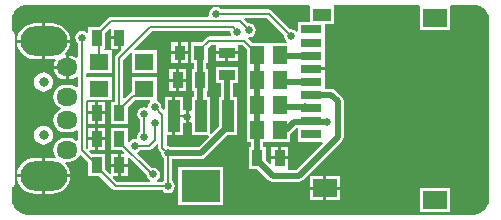
<source format=gbl>
G04*
G04 #@! TF.GenerationSoftware,Altium Limited,Altium Designer,20.0.2 (26)*
G04*
G04 Layer_Physical_Order=2*
G04 Layer_Color=16711680*
%FSLAX25Y25*%
%MOIN*%
G70*
G01*
G75*
%ADD10C,0.00787*%
%ADD30R,0.03740X0.05118*%
%ADD32R,0.03543X0.05315*%
%ADD38C,0.01968*%
%ADD39O,0.07087X0.05906*%
%ADD40O,0.15748X0.09843*%
%ADD41C,0.03150*%
%ADD42C,0.02500*%
%ADD43R,0.06299X0.05512*%
%ADD44R,0.03937X0.10630*%
%ADD45R,0.12992X0.10630*%
%ADD46R,0.05315X0.03543*%
%ADD47R,0.07000X0.03000*%
%ADD48R,0.06000X0.04000*%
%ADD49R,0.08000X0.06000*%
%ADD50R,0.05118X0.05906*%
G36*
X500133Y339350D02*
X501158Y338954D01*
X502078Y338355D01*
X502855Y337578D01*
X503454Y336658D01*
X503850Y335633D01*
X504026Y334549D01*
X504000Y334000D01*
Y275000D01*
X504026Y274451D01*
X503850Y273367D01*
X503454Y272342D01*
X502855Y271422D01*
X502078Y270645D01*
X501158Y270046D01*
X500133Y269650D01*
X499049Y269474D01*
X498500Y269500D01*
X498500Y269500D01*
X498000Y269500D01*
X350500Y269500D01*
X349951Y269474D01*
X348867Y269650D01*
X347842Y270046D01*
X346922Y270645D01*
X346145Y271422D01*
X345546Y272342D01*
X345150Y273367D01*
X344974Y274451D01*
X345000Y275000D01*
X345000D01*
Y278668D01*
X345260Y278719D01*
X345591Y278941D01*
X345812Y279271D01*
X345890Y279661D01*
Y329661D01*
X345812Y330052D01*
X345591Y330382D01*
X345260Y330603D01*
X345000Y330655D01*
Y334000D01*
X344974Y334549D01*
X345150Y335633D01*
X345546Y336658D01*
X346145Y337578D01*
X346922Y338355D01*
X347842Y338954D01*
X348867Y339350D01*
X349951Y339526D01*
X350500Y339500D01*
X444134D01*
X444245Y339046D01*
X444245Y339000D01*
Y333746D01*
X440245D01*
Y330590D01*
X439745Y330438D01*
X439622Y330622D01*
X438878Y331119D01*
X438000Y331294D01*
X437763Y331247D01*
X431505Y337505D01*
X431044Y337813D01*
X430500Y337921D01*
X414757D01*
X414622Y338122D01*
X413878Y338619D01*
X413000Y338794D01*
X412122Y338619D01*
X411378Y338122D01*
X410881Y337378D01*
X410706Y336500D01*
X410821Y335921D01*
X410459Y335421D01*
X377874D01*
X377330Y335313D01*
X376869Y335005D01*
X374022Y332157D01*
X370488D01*
Y330191D01*
X369988Y330040D01*
X369933Y330122D01*
X369189Y330619D01*
X368311Y330794D01*
X367433Y330619D01*
X366689Y330122D01*
X366192Y329378D01*
X366017Y328500D01*
X366192Y327622D01*
X366689Y326878D01*
X366890Y326743D01*
Y322006D01*
X366390Y321759D01*
X365958Y322091D01*
X364997Y322489D01*
X363965Y322625D01*
X363874D01*
Y318638D01*
Y314651D01*
X363965D01*
X364997Y314787D01*
X365958Y315185D01*
X366390Y315517D01*
X366890Y315270D01*
Y312163D01*
X366390Y311916D01*
X365958Y312248D01*
X364997Y312646D01*
X363965Y312782D01*
X362784D01*
X361752Y312646D01*
X360790Y312248D01*
X359964Y311614D01*
X359331Y310789D01*
X358932Y309827D01*
X358797Y308795D01*
X358932Y307763D01*
X359331Y306802D01*
X359964Y305976D01*
X360790Y305343D01*
X361306Y305129D01*
Y304588D01*
X360790Y304374D01*
X359964Y303740D01*
X359331Y302915D01*
X358932Y301953D01*
X358797Y300921D01*
X358932Y299889D01*
X359331Y298928D01*
X359964Y298102D01*
X360790Y297468D01*
X361752Y297070D01*
X362784Y296934D01*
X363965D01*
X364997Y297070D01*
X365958Y297468D01*
X366390Y297800D01*
X366890Y297553D01*
Y294446D01*
X366390Y294200D01*
X365958Y294531D01*
X364997Y294930D01*
X363965Y295066D01*
X362784D01*
X361752Y294930D01*
X360790Y294531D01*
X359964Y293898D01*
X359331Y293072D01*
X358932Y292111D01*
X358797Y291079D01*
X358932Y290047D01*
X359331Y289085D01*
X359581Y288758D01*
X359317Y288282D01*
X358453Y288367D01*
X356000D01*
Y282917D01*
X364353D01*
X364288Y283578D01*
X363950Y284694D01*
X363400Y285723D01*
X362679Y286601D01*
X362716Y286827D01*
X362879Y287092D01*
X363965D01*
X364997Y287228D01*
X365958Y287626D01*
X366784Y288260D01*
X367417Y289085D01*
X367464Y289198D01*
X367954Y289296D01*
X370488Y286762D01*
Y282343D01*
X374148D01*
X378495Y277995D01*
X378956Y277687D01*
X379500Y277579D01*
X395243D01*
X395378Y277378D01*
X396122Y276881D01*
X397000Y276706D01*
X397878Y276881D01*
X398622Y277378D01*
X399119Y278122D01*
X399294Y279000D01*
X399119Y279878D01*
X398622Y280622D01*
X398421Y280757D01*
Y287977D01*
X408020D01*
X408794Y288131D01*
X409450Y288569D01*
X416897Y296016D01*
X419973D01*
Y308646D01*
X418817D01*
Y313287D01*
X420240D01*
Y318831D01*
X412925D01*
Y313287D01*
X414770D01*
Y308646D01*
X414036D01*
Y298877D01*
X411417Y296259D01*
X410917Y296466D01*
Y308646D01*
X409842D01*
Y310677D01*
X410461D01*
Y317992D01*
X409592D01*
Y319980D01*
X410319D01*
Y325089D01*
X411309Y326079D01*
X412925D01*
Y324039D01*
X416583D01*
X420240D01*
Y326079D01*
X421764D01*
X423201Y324643D01*
Y318747D01*
X423201D01*
Y318319D01*
X423201D01*
Y310413D01*
X423201D01*
Y309985D01*
X423201D01*
Y302080D01*
X423201D01*
Y301652D01*
X423201D01*
Y293747D01*
X424737D01*
Y292158D01*
X423988D01*
Y284842D01*
X426670D01*
X430443Y281069D01*
X431100Y280631D01*
X431874Y280477D01*
X440500D01*
X441274Y280631D01*
X441931Y281069D01*
X454931Y294069D01*
X455369Y294726D01*
X455523Y295500D01*
Y307402D01*
X455369Y308176D01*
X454931Y308833D01*
X452899Y310864D01*
X452243Y311302D01*
X451469Y311456D01*
X449245D01*
Y315658D01*
Y317658D01*
X444745D01*
Y318658D01*
X449245D01*
Y320021D01*
Y324383D01*
Y328746D01*
Y333046D01*
X452245D01*
Y339000D01*
X452245Y339046D01*
X452356Y339500D01*
X480793D01*
X481145Y339146D01*
X481145Y339000D01*
Y331146D01*
X491145D01*
Y339000D01*
X491145Y339146D01*
X491497Y339500D01*
X498500D01*
X499049Y339526D01*
X500133Y339350D01*
D02*
G37*
G36*
X435753Y329237D02*
X435706Y329000D01*
X435881Y328122D01*
X436378Y327378D01*
X436716Y327152D01*
X436564Y326652D01*
X430681D01*
Y326652D01*
X430319D01*
Y326652D01*
X425210D01*
X423584Y328279D01*
X423830Y328740D01*
X424000Y328706D01*
X424878Y328881D01*
X425622Y329378D01*
X426119Y330122D01*
X426294Y331000D01*
X426119Y331878D01*
X425622Y332622D01*
X424878Y333120D01*
X424000Y333294D01*
X423763Y333247D01*
X422431Y334579D01*
X422638Y335079D01*
X429911D01*
X435753Y329237D01*
D02*
G37*
G36*
X417706Y330500D02*
X417881Y329622D01*
X418054Y329362D01*
X417819Y328921D01*
X410720D01*
X410177Y328813D01*
X409716Y328505D01*
X408309Y327098D01*
X404579D01*
Y319980D01*
X405546D01*
Y317992D01*
X404917D01*
Y310677D01*
X405796D01*
Y308646D01*
X404980D01*
Y304373D01*
X404480Y304106D01*
X404213Y304285D01*
X403835Y304360D01*
Y302165D01*
Y299971D01*
X404213Y300046D01*
X404480Y300225D01*
X404980Y299958D01*
Y296016D01*
X410467D01*
X410674Y295516D01*
X407182Y292023D01*
X398022D01*
X397878Y292120D01*
X397000Y292294D01*
X396565Y292670D01*
Y296016D01*
X398394D01*
Y302331D01*
Y308646D01*
X395925D01*
Y304738D01*
X395463Y304546D01*
X394747Y305263D01*
X394794Y305500D01*
X394619Y306378D01*
X394122Y307122D01*
X393647Y307439D01*
X393262Y307717D01*
Y315228D01*
X384963D01*
Y310432D01*
X384921Y310423D01*
X384460Y310115D01*
X382623Y308278D01*
X382161Y308470D01*
Y321151D01*
X384501Y323491D01*
X384963Y323300D01*
Y316772D01*
X393262D01*
Y324284D01*
X385946D01*
X385755Y324745D01*
X391589Y330579D01*
X417641D01*
X417706Y330500D01*
D02*
G37*
G36*
X377969Y331432D02*
Y329000D01*
X380740D01*
Y328500D01*
X381240D01*
Y324696D01*
X381371Y324381D01*
X379735Y322745D01*
X379427Y322284D01*
X379319Y321740D01*
Y307157D01*
X377969D01*
Y299843D01*
X383512D01*
Y305148D01*
X386053Y307689D01*
X386750D01*
X386888Y307716D01*
X390867D01*
X391019Y307217D01*
X390878Y307122D01*
X390381Y306378D01*
X390206Y305500D01*
X390216Y305449D01*
X389768Y305141D01*
X389000Y305294D01*
X388122Y305119D01*
X387378Y304622D01*
X386880Y303878D01*
X386706Y303000D01*
X386880Y302122D01*
X387378Y301378D01*
X387579Y301243D01*
Y297257D01*
X387378Y297122D01*
X386880Y296378D01*
X386706Y295500D01*
X386776Y295150D01*
X386350Y294724D01*
X386000Y294794D01*
X385122Y294619D01*
X384378Y294122D01*
X384012Y293574D01*
X383512Y293726D01*
Y298408D01*
X377969D01*
Y291092D01*
X381502D01*
X382475Y290119D01*
X382284Y289657D01*
X381240D01*
Y286500D01*
X383512D01*
Y288430D01*
X383974Y288621D01*
X389889Y282705D01*
X390023Y282031D01*
X390521Y281287D01*
X391069Y280921D01*
X390917Y280421D01*
X380089D01*
X378629Y281881D01*
X378820Y282343D01*
X380240D01*
Y285500D01*
X377969D01*
Y283194D01*
X377507Y283003D01*
X376031Y284478D01*
Y289657D01*
X371612D01*
X370677Y290593D01*
X370884Y291092D01*
X372760D01*
Y294250D01*
X370488D01*
Y291698D01*
X369994Y291475D01*
X369732Y291678D01*
Y307329D01*
X370002Y307716D01*
X370232Y307716D01*
X378302D01*
Y315228D01*
X370232D01*
X370002Y315228D01*
X369732Y315616D01*
Y316384D01*
X370002Y316772D01*
X378302D01*
Y324284D01*
X375573D01*
Y324843D01*
X376031D01*
Y330148D01*
X377507Y331623D01*
X377969Y331432D01*
D02*
G37*
G36*
X440245Y298253D02*
Y293846D01*
X448331D01*
X448523Y293384D01*
X439662Y284523D01*
X437380D01*
X437012Y284842D01*
Y288000D01*
X434240D01*
X431468D01*
Y286420D01*
X431007Y286229D01*
X429531Y287704D01*
Y292158D01*
X428783D01*
Y293747D01*
X430319D01*
Y293747D01*
X430681D01*
Y293747D01*
X437799D01*
Y296438D01*
X439745Y298384D01*
X440245Y298253D01*
D02*
G37*
G36*
X393723Y293006D02*
Y291856D01*
X393831Y291313D01*
X394139Y290851D01*
X394753Y290237D01*
X394706Y290000D01*
X394881Y289122D01*
X395378Y288378D01*
X395579Y288243D01*
Y280757D01*
X395378Y280622D01*
X395243Y280421D01*
X393368D01*
X393217Y280921D01*
X393765Y281287D01*
X394262Y282031D01*
X394437Y282909D01*
X394262Y283787D01*
X393765Y284532D01*
X393021Y285029D01*
X392143Y285204D01*
X391532Y285082D01*
X386715Y289899D01*
X386839Y290304D01*
X386915Y290406D01*
X387622Y290878D01*
X387757Y291079D01*
X390500D01*
X391044Y291187D01*
X391505Y291495D01*
X393223Y293213D01*
X393723Y293006D01*
D02*
G37*
%LPC*%
G36*
X358453Y333249D02*
X356000D01*
Y327799D01*
X364353D01*
X364288Y328460D01*
X363950Y329576D01*
X363400Y330605D01*
X362660Y331506D01*
X361758Y332246D01*
X360730Y332796D01*
X359613Y333135D01*
X358453Y333249D01*
D02*
G37*
G36*
X355000D02*
X352547D01*
X351386Y333135D01*
X350270Y332796D01*
X349242Y332246D01*
X348340Y331506D01*
X347600Y330605D01*
X347050Y329576D01*
X346712Y328460D01*
X346647Y327799D01*
X355000D01*
Y333249D01*
D02*
G37*
G36*
Y326799D02*
X346647D01*
X346712Y326138D01*
X347050Y325022D01*
X347600Y323994D01*
X348340Y323092D01*
X349242Y322352D01*
X350270Y321802D01*
X351386Y321464D01*
X352547Y321349D01*
X355000D01*
Y326799D01*
D02*
G37*
G36*
X420240Y323039D02*
X417083D01*
Y320768D01*
X420240D01*
Y323039D01*
D02*
G37*
G36*
X416083D02*
X412925D01*
Y320768D01*
X416083D01*
Y323039D01*
D02*
G37*
G36*
X364353Y326799D02*
X356000D01*
Y321349D01*
X358453D01*
X359317Y321434D01*
X359581Y320958D01*
X359331Y320631D01*
X358932Y319670D01*
X358862Y319138D01*
X362874D01*
Y322632D01*
X362716Y322890D01*
X362679Y323115D01*
X363400Y323994D01*
X363950Y325022D01*
X364288Y326138D01*
X364353Y326799D01*
D02*
G37*
G36*
X362874Y318138D02*
X358862D01*
X358932Y317606D01*
X359331Y316644D01*
X359964Y315819D01*
X360790Y315185D01*
X361752Y314787D01*
X362784Y314651D01*
X362874D01*
Y318138D01*
D02*
G37*
G36*
X355500Y316909D02*
X354674Y316800D01*
X353904Y316481D01*
X353242Y315974D01*
X352735Y315313D01*
X352416Y314543D01*
X352307Y313717D01*
X352416Y312890D01*
X352735Y312120D01*
X353242Y311459D01*
X353904Y310952D01*
X354674Y310633D01*
X355500Y310524D01*
X356326Y310633D01*
X357096Y310952D01*
X357757Y311459D01*
X358265Y312120D01*
X358584Y312890D01*
X358693Y313717D01*
X358584Y314543D01*
X358265Y315313D01*
X357757Y315974D01*
X357096Y316481D01*
X356326Y316800D01*
X355500Y316909D01*
D02*
G37*
G36*
Y299193D02*
X354674Y299084D01*
X353904Y298765D01*
X353242Y298257D01*
X352735Y297596D01*
X352416Y296826D01*
X352307Y296000D01*
X352416Y295174D01*
X352735Y294404D01*
X353242Y293742D01*
X353904Y293235D01*
X354674Y292916D01*
X355500Y292807D01*
X356326Y292916D01*
X357096Y293235D01*
X357757Y293742D01*
X358265Y294404D01*
X358584Y295174D01*
X358693Y296000D01*
X358584Y296826D01*
X358265Y297596D01*
X357757Y298257D01*
X357096Y298765D01*
X356326Y299084D01*
X355500Y299193D01*
D02*
G37*
G36*
X355000Y288367D02*
X352547D01*
X351386Y288253D01*
X350270Y287914D01*
X349242Y287365D01*
X348340Y286625D01*
X347600Y285723D01*
X347050Y284694D01*
X346712Y283578D01*
X346647Y282917D01*
X355000D01*
Y288367D01*
D02*
G37*
G36*
X454245Y282346D02*
X449745D01*
Y278846D01*
X454245D01*
Y282346D01*
D02*
G37*
G36*
X448745D02*
X444245D01*
Y278846D01*
X448745D01*
Y282346D01*
D02*
G37*
G36*
X364353Y281917D02*
X356000D01*
Y276467D01*
X358453D01*
X359613Y276582D01*
X360730Y276920D01*
X361758Y277470D01*
X362660Y278210D01*
X363400Y279112D01*
X363950Y280140D01*
X364288Y281257D01*
X364353Y281917D01*
D02*
G37*
G36*
X355000D02*
X346647D01*
X346712Y281257D01*
X347050Y280140D01*
X347600Y279112D01*
X348340Y278210D01*
X349242Y277470D01*
X350270Y276920D01*
X351386Y276582D01*
X352547Y276467D01*
X355000D01*
Y281917D01*
D02*
G37*
G36*
X454245Y277846D02*
X449745D01*
Y274346D01*
X454245D01*
Y277846D01*
D02*
G37*
G36*
X448745D02*
X444245D01*
Y274346D01*
X448745D01*
Y277846D01*
D02*
G37*
G36*
X415445Y285417D02*
X400453D01*
Y272787D01*
X415445D01*
Y285417D01*
D02*
G37*
G36*
X490845Y278546D02*
X480845D01*
Y270546D01*
X490845D01*
Y278546D01*
D02*
G37*
G36*
X403823Y327098D02*
X401453D01*
Y324039D01*
X403823D01*
Y327098D01*
D02*
G37*
G36*
X400453D02*
X398083D01*
Y324039D01*
X400453D01*
Y327098D01*
D02*
G37*
G36*
X403823Y323039D02*
X401453D01*
Y319980D01*
X403823D01*
Y323039D01*
D02*
G37*
G36*
X400453D02*
X398083D01*
Y319980D01*
X400453D01*
Y323039D01*
D02*
G37*
G36*
X402980Y317992D02*
X400709D01*
Y314835D01*
X402980D01*
Y317992D01*
D02*
G37*
G36*
X399709D02*
X397437D01*
Y314835D01*
X399709D01*
Y317992D01*
D02*
G37*
G36*
X402980Y313835D02*
X400709D01*
Y310677D01*
X402980D01*
Y313835D01*
D02*
G37*
G36*
X399709D02*
X397437D01*
Y310677D01*
X399709D01*
Y313835D01*
D02*
G37*
G36*
X401862Y308646D02*
X399394D01*
Y302331D01*
Y296016D01*
X401862D01*
Y299913D01*
X402303Y300149D01*
X402457Y300046D01*
X402835Y299971D01*
Y302165D01*
Y304360D01*
X402457Y304285D01*
X402303Y304182D01*
X401862Y304418D01*
Y308646D01*
D02*
G37*
G36*
X380240Y328000D02*
X377969D01*
Y324843D01*
X380240D01*
Y328000D01*
D02*
G37*
G36*
X376031Y307157D02*
X373760D01*
Y304000D01*
X376031D01*
Y307157D01*
D02*
G37*
G36*
X372760D02*
X370488D01*
Y304000D01*
X372760D01*
Y307157D01*
D02*
G37*
G36*
X376031Y303000D02*
X373760D01*
Y299843D01*
X376031D01*
Y303000D01*
D02*
G37*
G36*
X372760D02*
X370488D01*
Y299843D01*
X372760D01*
Y303000D01*
D02*
G37*
G36*
X376031Y298408D02*
X373760D01*
Y295250D01*
X376031D01*
Y298408D01*
D02*
G37*
G36*
X372760D02*
X370488D01*
Y295250D01*
X372760D01*
Y298408D01*
D02*
G37*
G36*
X376031Y294250D02*
X373760D01*
Y291092D01*
X376031D01*
Y294250D01*
D02*
G37*
G36*
X380240Y289657D02*
X377969D01*
Y286500D01*
X380240D01*
Y289657D01*
D02*
G37*
G36*
X383512Y285500D02*
X381240D01*
Y282343D01*
X383512D01*
Y285500D01*
D02*
G37*
G36*
X437012Y292158D02*
X434740D01*
Y289000D01*
X437012D01*
Y292158D01*
D02*
G37*
G36*
X433740D02*
X431468D01*
Y289000D01*
X433740D01*
Y292158D01*
D02*
G37*
%LPD*%
D10*
X430500Y336500D02*
X438000Y329000D01*
X391695Y282909D02*
X392143D01*
X395144Y291856D02*
X397000Y290000D01*
Y279000D02*
Y290000D01*
X392500Y294500D02*
Y300000D01*
X390500Y292500D02*
X392500Y294500D01*
X386000Y292500D02*
X390500D01*
X389000Y295500D02*
Y303000D01*
X398894Y302331D02*
X403169D01*
X403335Y302165D01*
X395144Y291856D02*
Y302856D01*
X392500Y305500D02*
X395144Y302856D01*
X368311Y290949D02*
X373260Y286000D01*
X368311Y290949D02*
Y328500D01*
X413000Y336500D02*
X430500D01*
X379500Y279000D02*
X397000D01*
X373260Y285240D02*
Y286000D01*
Y285240D02*
X379500Y279000D01*
X418500Y332000D02*
X420000Y330500D01*
X391000Y332000D02*
X418500D01*
X380740Y321740D02*
X391000Y332000D01*
X421000Y334000D02*
X424000Y331000D01*
X377874Y334000D02*
X421000D01*
X380740Y293864D02*
X391695Y282909D01*
X380740Y293864D02*
Y294750D01*
X410720Y327500D02*
X422353D01*
X407449Y324228D02*
X410720Y327500D01*
X422353D02*
X426760Y323093D01*
Y322699D02*
Y323093D01*
X407449Y323539D02*
Y324228D01*
X374152Y320528D02*
Y327608D01*
X373260Y328500D02*
X374152Y327608D01*
X380740Y304386D02*
Y321740D01*
Y303500D02*
Y304386D01*
X385465Y309110D01*
X386750D01*
X389113Y311472D01*
X373260Y328500D02*
Y329386D01*
X377874Y334000D01*
D30*
X400953Y323539D02*
D03*
X407449D02*
D03*
D32*
X373260Y303500D02*
D03*
X380740D02*
D03*
X380740Y328500D02*
D03*
X373260D02*
D03*
X373260Y294750D02*
D03*
X380740D02*
D03*
X373260Y286000D02*
D03*
X380740D02*
D03*
X407689Y314335D02*
D03*
X400209D02*
D03*
X434240Y288500D02*
D03*
X426760D02*
D03*
D38*
X408020Y290000D02*
X417004Y298984D01*
X397000Y290000D02*
X408020D01*
X439000Y300500D02*
X444953D01*
X450000D01*
X453500Y295500D02*
Y307402D01*
X440500Y282500D02*
X453500Y295500D01*
X451469Y309433D02*
X453500Y307402D01*
X444745Y309433D02*
X451469D01*
X434958Y313856D02*
X445394D01*
X434810Y313796D02*
X434914Y313900D01*
X417004Y298984D02*
Y302331D01*
X431874Y282500D02*
X440500D01*
X426760Y287614D02*
Y288500D01*
Y287614D02*
X431874Y282500D01*
X434914Y313900D02*
X434958Y313856D01*
X443150Y322471D02*
X444695D01*
X434469D02*
X443150D01*
X434240Y322699D02*
X434469Y322471D01*
X444695D02*
X444745Y322521D01*
X435048Y305225D02*
X442750D01*
X434240Y306033D02*
X435048Y305225D01*
X442750D02*
X444591D01*
X436200Y297699D02*
X439000Y300500D01*
X444745Y300708D02*
X444953Y300500D01*
X434810Y313796D02*
X444745D01*
X426760Y297699D02*
X426760Y297699D01*
X426760Y288500D02*
Y297699D01*
X426760Y297699D02*
Y306033D01*
Y314366D01*
Y322699D01*
X434240Y297699D02*
X436200D01*
X444591Y305225D02*
X444745Y305071D01*
X416793Y302541D02*
X417004Y302331D01*
X416793Y302541D02*
Y315848D01*
X416583Y316059D02*
X416793Y315848D01*
X407569Y314455D02*
X407689Y314335D01*
X407569Y314455D02*
Y323419D01*
X407449Y323539D02*
X407569Y323419D01*
X407819Y302461D02*
X407949Y302331D01*
X407819Y302461D02*
Y314205D01*
X407689Y314335D02*
X407819Y314205D01*
D39*
X363374Y318638D02*
D03*
Y308795D02*
D03*
Y300921D02*
D03*
Y291079D02*
D03*
D40*
X355500Y327299D02*
D03*
Y282417D02*
D03*
D41*
Y313717D02*
D03*
Y296000D02*
D03*
D42*
X440000Y337000D02*
D03*
X438000Y329000D02*
D03*
X432500D02*
D03*
X385500Y275000D02*
D03*
X452400Y314900D02*
D03*
X450000Y300500D02*
D03*
X440500Y290000D02*
D03*
X372965Y294750D02*
D03*
X392143Y282909D02*
D03*
X397000Y290000D02*
D03*
X385500Y282500D02*
D03*
X389000Y303000D02*
D03*
Y295500D02*
D03*
X403335Y302165D02*
D03*
X386000Y292500D02*
D03*
X392500Y300000D02*
D03*
Y305500D02*
D03*
X368311Y328500D02*
D03*
X413000Y336500D02*
D03*
X397000Y279000D02*
D03*
X420000Y330500D02*
D03*
X424000Y331000D02*
D03*
X445394Y313856D02*
D03*
X443150Y322471D02*
D03*
X442750Y305225D02*
D03*
X373260Y286000D02*
D03*
D43*
X389113Y311472D02*
D03*
X374152D02*
D03*
Y320528D02*
D03*
X389113D02*
D03*
D44*
X398894Y302331D02*
D03*
X407949D02*
D03*
X417004D02*
D03*
D45*
X407949Y279102D02*
D03*
D46*
X416583Y316059D02*
D03*
Y323539D02*
D03*
D47*
X444745Y326883D02*
D03*
Y296346D02*
D03*
Y305071D02*
D03*
Y313796D02*
D03*
Y331246D02*
D03*
Y322521D02*
D03*
Y318158D02*
D03*
Y309433D02*
D03*
Y300708D02*
D03*
D48*
X448245Y336046D02*
D03*
D49*
X486145Y335146D02*
D03*
X449245Y278346D02*
D03*
X485845Y274546D02*
D03*
D50*
X434240Y297699D02*
D03*
X426760D02*
D03*
X434240Y314366D02*
D03*
X426760D02*
D03*
X434240Y306033D02*
D03*
X426760D02*
D03*
X434240Y322699D02*
D03*
X426760D02*
D03*
M02*

</source>
